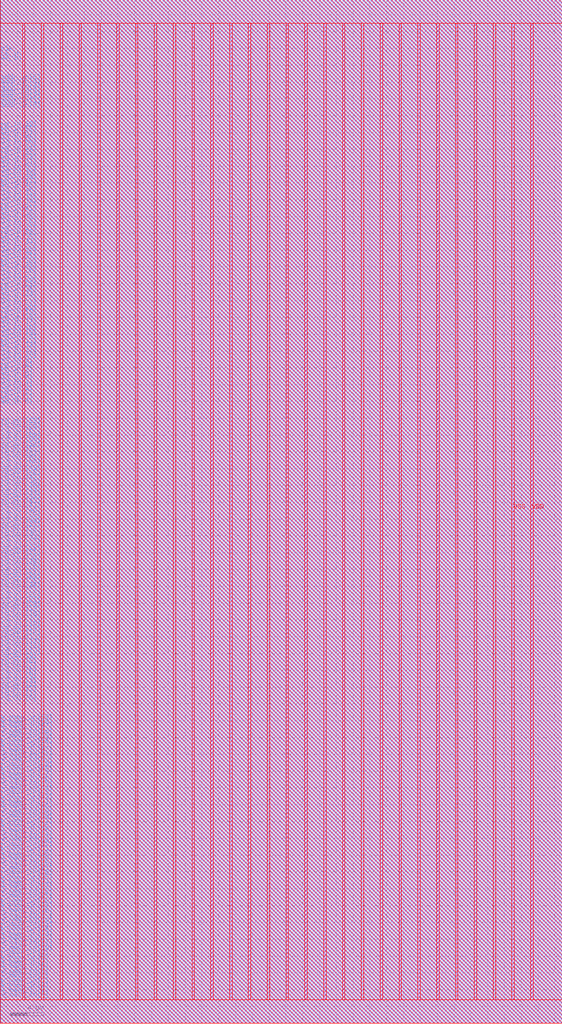
<source format=lef>
VERSION 5.7 ;
BUSBITCHARS "[]" ;
MACRO fakeram45_128x60
  FOREIGN fakeram45_128x60 0 0 ;
  SYMMETRY X Y R90 ;
  SIZE 66.880 BY 121.800 ;
  CLASS BLOCK ;
  PIN w_mask_in[0]
    DIRECTION INPUT ;
    USE SIGNAL ;
    SHAPE ABUTMENT ;
    PORT
      LAYER metal3 ;
      RECT 0.000 2.765 0.070 2.835 ;
    END
  END w_mask_in[0]
  PIN w_mask_in[1]
    DIRECTION INPUT ;
    USE SIGNAL ;
    SHAPE ABUTMENT ;
    PORT
      LAYER metal3 ;
      RECT 0.000 3.325 0.070 3.395 ;
    END
  END w_mask_in[1]
  PIN w_mask_in[2]
    DIRECTION INPUT ;
    USE SIGNAL ;
    SHAPE ABUTMENT ;
    PORT
      LAYER metal3 ;
      RECT 0.000 3.885 0.070 3.955 ;
    END
  END w_mask_in[2]
  PIN w_mask_in[3]
    DIRECTION INPUT ;
    USE SIGNAL ;
    SHAPE ABUTMENT ;
    PORT
      LAYER metal3 ;
      RECT 0.000 4.445 0.070 4.515 ;
    END
  END w_mask_in[3]
  PIN w_mask_in[4]
    DIRECTION INPUT ;
    USE SIGNAL ;
    SHAPE ABUTMENT ;
    PORT
      LAYER metal3 ;
      RECT 0.000 5.005 0.070 5.075 ;
    END
  END w_mask_in[4]
  PIN w_mask_in[5]
    DIRECTION INPUT ;
    USE SIGNAL ;
    SHAPE ABUTMENT ;
    PORT
      LAYER metal3 ;
      RECT 0.000 5.565 0.070 5.635 ;
    END
  END w_mask_in[5]
  PIN w_mask_in[6]
    DIRECTION INPUT ;
    USE SIGNAL ;
    SHAPE ABUTMENT ;
    PORT
      LAYER metal3 ;
      RECT 0.000 6.125 0.070 6.195 ;
    END
  END w_mask_in[6]
  PIN w_mask_in[7]
    DIRECTION INPUT ;
    USE SIGNAL ;
    SHAPE ABUTMENT ;
    PORT
      LAYER metal3 ;
      RECT 0.000 6.685 0.070 6.755 ;
    END
  END w_mask_in[7]
  PIN w_mask_in[8]
    DIRECTION INPUT ;
    USE SIGNAL ;
    SHAPE ABUTMENT ;
    PORT
      LAYER metal3 ;
      RECT 0.000 7.245 0.070 7.315 ;
    END
  END w_mask_in[8]
  PIN w_mask_in[9]
    DIRECTION INPUT ;
    USE SIGNAL ;
    SHAPE ABUTMENT ;
    PORT
      LAYER metal3 ;
      RECT 0.000 7.805 0.070 7.875 ;
    END
  END w_mask_in[9]
  PIN w_mask_in[10]
    DIRECTION INPUT ;
    USE SIGNAL ;
    SHAPE ABUTMENT ;
    PORT
      LAYER metal3 ;
      RECT 0.000 8.365 0.070 8.435 ;
    END
  END w_mask_in[10]
  PIN w_mask_in[11]
    DIRECTION INPUT ;
    USE SIGNAL ;
    SHAPE ABUTMENT ;
    PORT
      LAYER metal3 ;
      RECT 0.000 8.925 0.070 8.995 ;
    END
  END w_mask_in[11]
  PIN w_mask_in[12]
    DIRECTION INPUT ;
    USE SIGNAL ;
    SHAPE ABUTMENT ;
    PORT
      LAYER metal3 ;
      RECT 0.000 9.485 0.070 9.555 ;
    END
  END w_mask_in[12]
  PIN w_mask_in[13]
    DIRECTION INPUT ;
    USE SIGNAL ;
    SHAPE ABUTMENT ;
    PORT
      LAYER metal3 ;
      RECT 0.000 10.045 0.070 10.115 ;
    END
  END w_mask_in[13]
  PIN w_mask_in[14]
    DIRECTION INPUT ;
    USE SIGNAL ;
    SHAPE ABUTMENT ;
    PORT
      LAYER metal3 ;
      RECT 0.000 10.605 0.070 10.675 ;
    END
  END w_mask_in[14]
  PIN w_mask_in[15]
    DIRECTION INPUT ;
    USE SIGNAL ;
    SHAPE ABUTMENT ;
    PORT
      LAYER metal3 ;
      RECT 0.000 11.165 0.070 11.235 ;
    END
  END w_mask_in[15]
  PIN w_mask_in[16]
    DIRECTION INPUT ;
    USE SIGNAL ;
    SHAPE ABUTMENT ;
    PORT
      LAYER metal3 ;
      RECT 0.000 11.725 0.070 11.795 ;
    END
  END w_mask_in[16]
  PIN w_mask_in[17]
    DIRECTION INPUT ;
    USE SIGNAL ;
    SHAPE ABUTMENT ;
    PORT
      LAYER metal3 ;
      RECT 0.000 12.285 0.070 12.355 ;
    END
  END w_mask_in[17]
  PIN w_mask_in[18]
    DIRECTION INPUT ;
    USE SIGNAL ;
    SHAPE ABUTMENT ;
    PORT
      LAYER metal3 ;
      RECT 0.000 12.845 0.070 12.915 ;
    END
  END w_mask_in[18]
  PIN w_mask_in[19]
    DIRECTION INPUT ;
    USE SIGNAL ;
    SHAPE ABUTMENT ;
    PORT
      LAYER metal3 ;
      RECT 0.000 13.405 0.070 13.475 ;
    END
  END w_mask_in[19]
  PIN w_mask_in[20]
    DIRECTION INPUT ;
    USE SIGNAL ;
    SHAPE ABUTMENT ;
    PORT
      LAYER metal3 ;
      RECT 0.000 13.965 0.070 14.035 ;
    END
  END w_mask_in[20]
  PIN w_mask_in[21]
    DIRECTION INPUT ;
    USE SIGNAL ;
    SHAPE ABUTMENT ;
    PORT
      LAYER metal3 ;
      RECT 0.000 14.525 0.070 14.595 ;
    END
  END w_mask_in[21]
  PIN w_mask_in[22]
    DIRECTION INPUT ;
    USE SIGNAL ;
    SHAPE ABUTMENT ;
    PORT
      LAYER metal3 ;
      RECT 0.000 15.085 0.070 15.155 ;
    END
  END w_mask_in[22]
  PIN w_mask_in[23]
    DIRECTION INPUT ;
    USE SIGNAL ;
    SHAPE ABUTMENT ;
    PORT
      LAYER metal3 ;
      RECT 0.000 15.645 0.070 15.715 ;
    END
  END w_mask_in[23]
  PIN w_mask_in[24]
    DIRECTION INPUT ;
    USE SIGNAL ;
    SHAPE ABUTMENT ;
    PORT
      LAYER metal3 ;
      RECT 0.000 16.205 0.070 16.275 ;
    END
  END w_mask_in[24]
  PIN w_mask_in[25]
    DIRECTION INPUT ;
    USE SIGNAL ;
    SHAPE ABUTMENT ;
    PORT
      LAYER metal3 ;
      RECT 0.000 16.765 0.070 16.835 ;
    END
  END w_mask_in[25]
  PIN w_mask_in[26]
    DIRECTION INPUT ;
    USE SIGNAL ;
    SHAPE ABUTMENT ;
    PORT
      LAYER metal3 ;
      RECT 0.000 17.325 0.070 17.395 ;
    END
  END w_mask_in[26]
  PIN w_mask_in[27]
    DIRECTION INPUT ;
    USE SIGNAL ;
    SHAPE ABUTMENT ;
    PORT
      LAYER metal3 ;
      RECT 0.000 17.885 0.070 17.955 ;
    END
  END w_mask_in[27]
  PIN w_mask_in[28]
    DIRECTION INPUT ;
    USE SIGNAL ;
    SHAPE ABUTMENT ;
    PORT
      LAYER metal3 ;
      RECT 0.000 18.445 0.070 18.515 ;
    END
  END w_mask_in[28]
  PIN w_mask_in[29]
    DIRECTION INPUT ;
    USE SIGNAL ;
    SHAPE ABUTMENT ;
    PORT
      LAYER metal3 ;
      RECT 0.000 19.005 0.070 19.075 ;
    END
  END w_mask_in[29]
  PIN w_mask_in[30]
    DIRECTION INPUT ;
    USE SIGNAL ;
    SHAPE ABUTMENT ;
    PORT
      LAYER metal3 ;
      RECT 0.000 19.565 0.070 19.635 ;
    END
  END w_mask_in[30]
  PIN w_mask_in[31]
    DIRECTION INPUT ;
    USE SIGNAL ;
    SHAPE ABUTMENT ;
    PORT
      LAYER metal3 ;
      RECT 0.000 20.125 0.070 20.195 ;
    END
  END w_mask_in[31]
  PIN w_mask_in[32]
    DIRECTION INPUT ;
    USE SIGNAL ;
    SHAPE ABUTMENT ;
    PORT
      LAYER metal3 ;
      RECT 0.000 20.685 0.070 20.755 ;
    END
  END w_mask_in[32]
  PIN w_mask_in[33]
    DIRECTION INPUT ;
    USE SIGNAL ;
    SHAPE ABUTMENT ;
    PORT
      LAYER metal3 ;
      RECT 0.000 21.245 0.070 21.315 ;
    END
  END w_mask_in[33]
  PIN w_mask_in[34]
    DIRECTION INPUT ;
    USE SIGNAL ;
    SHAPE ABUTMENT ;
    PORT
      LAYER metal3 ;
      RECT 0.000 21.805 0.070 21.875 ;
    END
  END w_mask_in[34]
  PIN w_mask_in[35]
    DIRECTION INPUT ;
    USE SIGNAL ;
    SHAPE ABUTMENT ;
    PORT
      LAYER metal3 ;
      RECT 0.000 22.365 0.070 22.435 ;
    END
  END w_mask_in[35]
  PIN w_mask_in[36]
    DIRECTION INPUT ;
    USE SIGNAL ;
    SHAPE ABUTMENT ;
    PORT
      LAYER metal3 ;
      RECT 0.000 22.925 0.070 22.995 ;
    END
  END w_mask_in[36]
  PIN w_mask_in[37]
    DIRECTION INPUT ;
    USE SIGNAL ;
    SHAPE ABUTMENT ;
    PORT
      LAYER metal3 ;
      RECT 0.000 23.485 0.070 23.555 ;
    END
  END w_mask_in[37]
  PIN w_mask_in[38]
    DIRECTION INPUT ;
    USE SIGNAL ;
    SHAPE ABUTMENT ;
    PORT
      LAYER metal3 ;
      RECT 0.000 24.045 0.070 24.115 ;
    END
  END w_mask_in[38]
  PIN w_mask_in[39]
    DIRECTION INPUT ;
    USE SIGNAL ;
    SHAPE ABUTMENT ;
    PORT
      LAYER metal3 ;
      RECT 0.000 24.605 0.070 24.675 ;
    END
  END w_mask_in[39]
  PIN w_mask_in[40]
    DIRECTION INPUT ;
    USE SIGNAL ;
    SHAPE ABUTMENT ;
    PORT
      LAYER metal3 ;
      RECT 0.000 25.165 0.070 25.235 ;
    END
  END w_mask_in[40]
  PIN w_mask_in[41]
    DIRECTION INPUT ;
    USE SIGNAL ;
    SHAPE ABUTMENT ;
    PORT
      LAYER metal3 ;
      RECT 0.000 25.725 0.070 25.795 ;
    END
  END w_mask_in[41]
  PIN w_mask_in[42]
    DIRECTION INPUT ;
    USE SIGNAL ;
    SHAPE ABUTMENT ;
    PORT
      LAYER metal3 ;
      RECT 0.000 26.285 0.070 26.355 ;
    END
  END w_mask_in[42]
  PIN w_mask_in[43]
    DIRECTION INPUT ;
    USE SIGNAL ;
    SHAPE ABUTMENT ;
    PORT
      LAYER metal3 ;
      RECT 0.000 26.845 0.070 26.915 ;
    END
  END w_mask_in[43]
  PIN w_mask_in[44]
    DIRECTION INPUT ;
    USE SIGNAL ;
    SHAPE ABUTMENT ;
    PORT
      LAYER metal3 ;
      RECT 0.000 27.405 0.070 27.475 ;
    END
  END w_mask_in[44]
  PIN w_mask_in[45]
    DIRECTION INPUT ;
    USE SIGNAL ;
    SHAPE ABUTMENT ;
    PORT
      LAYER metal3 ;
      RECT 0.000 27.965 0.070 28.035 ;
    END
  END w_mask_in[45]
  PIN w_mask_in[46]
    DIRECTION INPUT ;
    USE SIGNAL ;
    SHAPE ABUTMENT ;
    PORT
      LAYER metal3 ;
      RECT 0.000 28.525 0.070 28.595 ;
    END
  END w_mask_in[46]
  PIN w_mask_in[47]
    DIRECTION INPUT ;
    USE SIGNAL ;
    SHAPE ABUTMENT ;
    PORT
      LAYER metal3 ;
      RECT 0.000 29.085 0.070 29.155 ;
    END
  END w_mask_in[47]
  PIN w_mask_in[48]
    DIRECTION INPUT ;
    USE SIGNAL ;
    SHAPE ABUTMENT ;
    PORT
      LAYER metal3 ;
      RECT 0.000 29.645 0.070 29.715 ;
    END
  END w_mask_in[48]
  PIN w_mask_in[49]
    DIRECTION INPUT ;
    USE SIGNAL ;
    SHAPE ABUTMENT ;
    PORT
      LAYER metal3 ;
      RECT 0.000 30.205 0.070 30.275 ;
    END
  END w_mask_in[49]
  PIN w_mask_in[50]
    DIRECTION INPUT ;
    USE SIGNAL ;
    SHAPE ABUTMENT ;
    PORT
      LAYER metal3 ;
      RECT 0.000 30.765 0.070 30.835 ;
    END
  END w_mask_in[50]
  PIN w_mask_in[51]
    DIRECTION INPUT ;
    USE SIGNAL ;
    SHAPE ABUTMENT ;
    PORT
      LAYER metal3 ;
      RECT 0.000 31.325 0.070 31.395 ;
    END
  END w_mask_in[51]
  PIN w_mask_in[52]
    DIRECTION INPUT ;
    USE SIGNAL ;
    SHAPE ABUTMENT ;
    PORT
      LAYER metal3 ;
      RECT 0.000 31.885 0.070 31.955 ;
    END
  END w_mask_in[52]
  PIN w_mask_in[53]
    DIRECTION INPUT ;
    USE SIGNAL ;
    SHAPE ABUTMENT ;
    PORT
      LAYER metal3 ;
      RECT 0.000 32.445 0.070 32.515 ;
    END
  END w_mask_in[53]
  PIN w_mask_in[54]
    DIRECTION INPUT ;
    USE SIGNAL ;
    SHAPE ABUTMENT ;
    PORT
      LAYER metal3 ;
      RECT 0.000 33.005 0.070 33.075 ;
    END
  END w_mask_in[54]
  PIN w_mask_in[55]
    DIRECTION INPUT ;
    USE SIGNAL ;
    SHAPE ABUTMENT ;
    PORT
      LAYER metal3 ;
      RECT 0.000 33.565 0.070 33.635 ;
    END
  END w_mask_in[55]
  PIN w_mask_in[56]
    DIRECTION INPUT ;
    USE SIGNAL ;
    SHAPE ABUTMENT ;
    PORT
      LAYER metal3 ;
      RECT 0.000 34.125 0.070 34.195 ;
    END
  END w_mask_in[56]
  PIN w_mask_in[57]
    DIRECTION INPUT ;
    USE SIGNAL ;
    SHAPE ABUTMENT ;
    PORT
      LAYER metal3 ;
      RECT 0.000 34.685 0.070 34.755 ;
    END
  END w_mask_in[57]
  PIN w_mask_in[58]
    DIRECTION INPUT ;
    USE SIGNAL ;
    SHAPE ABUTMENT ;
    PORT
      LAYER metal3 ;
      RECT 0.000 35.245 0.070 35.315 ;
    END
  END w_mask_in[58]
  PIN w_mask_in[59]
    DIRECTION INPUT ;
    USE SIGNAL ;
    SHAPE ABUTMENT ;
    PORT
      LAYER metal3 ;
      RECT 0.000 35.805 0.070 35.875 ;
    END
  END w_mask_in[59]
  PIN rd_out[0]
    DIRECTION OUTPUT ;
    USE SIGNAL ;
    SHAPE ABUTMENT ;
    PORT
      LAYER metal3 ;
      RECT 0.000 38.045 0.070 38.115 ;
    END
  END rd_out[0]
  PIN rd_out[1]
    DIRECTION OUTPUT ;
    USE SIGNAL ;
    SHAPE ABUTMENT ;
    PORT
      LAYER metal3 ;
      RECT 0.000 38.605 0.070 38.675 ;
    END
  END rd_out[1]
  PIN rd_out[2]
    DIRECTION OUTPUT ;
    USE SIGNAL ;
    SHAPE ABUTMENT ;
    PORT
      LAYER metal3 ;
      RECT 0.000 39.165 0.070 39.235 ;
    END
  END rd_out[2]
  PIN rd_out[3]
    DIRECTION OUTPUT ;
    USE SIGNAL ;
    SHAPE ABUTMENT ;
    PORT
      LAYER metal3 ;
      RECT 0.000 39.725 0.070 39.795 ;
    END
  END rd_out[3]
  PIN rd_out[4]
    DIRECTION OUTPUT ;
    USE SIGNAL ;
    SHAPE ABUTMENT ;
    PORT
      LAYER metal3 ;
      RECT 0.000 40.285 0.070 40.355 ;
    END
  END rd_out[4]
  PIN rd_out[5]
    DIRECTION OUTPUT ;
    USE SIGNAL ;
    SHAPE ABUTMENT ;
    PORT
      LAYER metal3 ;
      RECT 0.000 40.845 0.070 40.915 ;
    END
  END rd_out[5]
  PIN rd_out[6]
    DIRECTION OUTPUT ;
    USE SIGNAL ;
    SHAPE ABUTMENT ;
    PORT
      LAYER metal3 ;
      RECT 0.000 41.405 0.070 41.475 ;
    END
  END rd_out[6]
  PIN rd_out[7]
    DIRECTION OUTPUT ;
    USE SIGNAL ;
    SHAPE ABUTMENT ;
    PORT
      LAYER metal3 ;
      RECT 0.000 41.965 0.070 42.035 ;
    END
  END rd_out[7]
  PIN rd_out[8]
    DIRECTION OUTPUT ;
    USE SIGNAL ;
    SHAPE ABUTMENT ;
    PORT
      LAYER metal3 ;
      RECT 0.000 42.525 0.070 42.595 ;
    END
  END rd_out[8]
  PIN rd_out[9]
    DIRECTION OUTPUT ;
    USE SIGNAL ;
    SHAPE ABUTMENT ;
    PORT
      LAYER metal3 ;
      RECT 0.000 43.085 0.070 43.155 ;
    END
  END rd_out[9]
  PIN rd_out[10]
    DIRECTION OUTPUT ;
    USE SIGNAL ;
    SHAPE ABUTMENT ;
    PORT
      LAYER metal3 ;
      RECT 0.000 43.645 0.070 43.715 ;
    END
  END rd_out[10]
  PIN rd_out[11]
    DIRECTION OUTPUT ;
    USE SIGNAL ;
    SHAPE ABUTMENT ;
    PORT
      LAYER metal3 ;
      RECT 0.000 44.205 0.070 44.275 ;
    END
  END rd_out[11]
  PIN rd_out[12]
    DIRECTION OUTPUT ;
    USE SIGNAL ;
    SHAPE ABUTMENT ;
    PORT
      LAYER metal3 ;
      RECT 0.000 44.765 0.070 44.835 ;
    END
  END rd_out[12]
  PIN rd_out[13]
    DIRECTION OUTPUT ;
    USE SIGNAL ;
    SHAPE ABUTMENT ;
    PORT
      LAYER metal3 ;
      RECT 0.000 45.325 0.070 45.395 ;
    END
  END rd_out[13]
  PIN rd_out[14]
    DIRECTION OUTPUT ;
    USE SIGNAL ;
    SHAPE ABUTMENT ;
    PORT
      LAYER metal3 ;
      RECT 0.000 45.885 0.070 45.955 ;
    END
  END rd_out[14]
  PIN rd_out[15]
    DIRECTION OUTPUT ;
    USE SIGNAL ;
    SHAPE ABUTMENT ;
    PORT
      LAYER metal3 ;
      RECT 0.000 46.445 0.070 46.515 ;
    END
  END rd_out[15]
  PIN rd_out[16]
    DIRECTION OUTPUT ;
    USE SIGNAL ;
    SHAPE ABUTMENT ;
    PORT
      LAYER metal3 ;
      RECT 0.000 47.005 0.070 47.075 ;
    END
  END rd_out[16]
  PIN rd_out[17]
    DIRECTION OUTPUT ;
    USE SIGNAL ;
    SHAPE ABUTMENT ;
    PORT
      LAYER metal3 ;
      RECT 0.000 47.565 0.070 47.635 ;
    END
  END rd_out[17]
  PIN rd_out[18]
    DIRECTION OUTPUT ;
    USE SIGNAL ;
    SHAPE ABUTMENT ;
    PORT
      LAYER metal3 ;
      RECT 0.000 48.125 0.070 48.195 ;
    END
  END rd_out[18]
  PIN rd_out[19]
    DIRECTION OUTPUT ;
    USE SIGNAL ;
    SHAPE ABUTMENT ;
    PORT
      LAYER metal3 ;
      RECT 0.000 48.685 0.070 48.755 ;
    END
  END rd_out[19]
  PIN rd_out[20]
    DIRECTION OUTPUT ;
    USE SIGNAL ;
    SHAPE ABUTMENT ;
    PORT
      LAYER metal3 ;
      RECT 0.000 49.245 0.070 49.315 ;
    END
  END rd_out[20]
  PIN rd_out[21]
    DIRECTION OUTPUT ;
    USE SIGNAL ;
    SHAPE ABUTMENT ;
    PORT
      LAYER metal3 ;
      RECT 0.000 49.805 0.070 49.875 ;
    END
  END rd_out[21]
  PIN rd_out[22]
    DIRECTION OUTPUT ;
    USE SIGNAL ;
    SHAPE ABUTMENT ;
    PORT
      LAYER metal3 ;
      RECT 0.000 50.365 0.070 50.435 ;
    END
  END rd_out[22]
  PIN rd_out[23]
    DIRECTION OUTPUT ;
    USE SIGNAL ;
    SHAPE ABUTMENT ;
    PORT
      LAYER metal3 ;
      RECT 0.000 50.925 0.070 50.995 ;
    END
  END rd_out[23]
  PIN rd_out[24]
    DIRECTION OUTPUT ;
    USE SIGNAL ;
    SHAPE ABUTMENT ;
    PORT
      LAYER metal3 ;
      RECT 0.000 51.485 0.070 51.555 ;
    END
  END rd_out[24]
  PIN rd_out[25]
    DIRECTION OUTPUT ;
    USE SIGNAL ;
    SHAPE ABUTMENT ;
    PORT
      LAYER metal3 ;
      RECT 0.000 52.045 0.070 52.115 ;
    END
  END rd_out[25]
  PIN rd_out[26]
    DIRECTION OUTPUT ;
    USE SIGNAL ;
    SHAPE ABUTMENT ;
    PORT
      LAYER metal3 ;
      RECT 0.000 52.605 0.070 52.675 ;
    END
  END rd_out[26]
  PIN rd_out[27]
    DIRECTION OUTPUT ;
    USE SIGNAL ;
    SHAPE ABUTMENT ;
    PORT
      LAYER metal3 ;
      RECT 0.000 53.165 0.070 53.235 ;
    END
  END rd_out[27]
  PIN rd_out[28]
    DIRECTION OUTPUT ;
    USE SIGNAL ;
    SHAPE ABUTMENT ;
    PORT
      LAYER metal3 ;
      RECT 0.000 53.725 0.070 53.795 ;
    END
  END rd_out[28]
  PIN rd_out[29]
    DIRECTION OUTPUT ;
    USE SIGNAL ;
    SHAPE ABUTMENT ;
    PORT
      LAYER metal3 ;
      RECT 0.000 54.285 0.070 54.355 ;
    END
  END rd_out[29]
  PIN rd_out[30]
    DIRECTION OUTPUT ;
    USE SIGNAL ;
    SHAPE ABUTMENT ;
    PORT
      LAYER metal3 ;
      RECT 0.000 54.845 0.070 54.915 ;
    END
  END rd_out[30]
  PIN rd_out[31]
    DIRECTION OUTPUT ;
    USE SIGNAL ;
    SHAPE ABUTMENT ;
    PORT
      LAYER metal3 ;
      RECT 0.000 55.405 0.070 55.475 ;
    END
  END rd_out[31]
  PIN rd_out[32]
    DIRECTION OUTPUT ;
    USE SIGNAL ;
    SHAPE ABUTMENT ;
    PORT
      LAYER metal3 ;
      RECT 0.000 55.965 0.070 56.035 ;
    END
  END rd_out[32]
  PIN rd_out[33]
    DIRECTION OUTPUT ;
    USE SIGNAL ;
    SHAPE ABUTMENT ;
    PORT
      LAYER metal3 ;
      RECT 0.000 56.525 0.070 56.595 ;
    END
  END rd_out[33]
  PIN rd_out[34]
    DIRECTION OUTPUT ;
    USE SIGNAL ;
    SHAPE ABUTMENT ;
    PORT
      LAYER metal3 ;
      RECT 0.000 57.085 0.070 57.155 ;
    END
  END rd_out[34]
  PIN rd_out[35]
    DIRECTION OUTPUT ;
    USE SIGNAL ;
    SHAPE ABUTMENT ;
    PORT
      LAYER metal3 ;
      RECT 0.000 57.645 0.070 57.715 ;
    END
  END rd_out[35]
  PIN rd_out[36]
    DIRECTION OUTPUT ;
    USE SIGNAL ;
    SHAPE ABUTMENT ;
    PORT
      LAYER metal3 ;
      RECT 0.000 58.205 0.070 58.275 ;
    END
  END rd_out[36]
  PIN rd_out[37]
    DIRECTION OUTPUT ;
    USE SIGNAL ;
    SHAPE ABUTMENT ;
    PORT
      LAYER metal3 ;
      RECT 0.000 58.765 0.070 58.835 ;
    END
  END rd_out[37]
  PIN rd_out[38]
    DIRECTION OUTPUT ;
    USE SIGNAL ;
    SHAPE ABUTMENT ;
    PORT
      LAYER metal3 ;
      RECT 0.000 59.325 0.070 59.395 ;
    END
  END rd_out[38]
  PIN rd_out[39]
    DIRECTION OUTPUT ;
    USE SIGNAL ;
    SHAPE ABUTMENT ;
    PORT
      LAYER metal3 ;
      RECT 0.000 59.885 0.070 59.955 ;
    END
  END rd_out[39]
  PIN rd_out[40]
    DIRECTION OUTPUT ;
    USE SIGNAL ;
    SHAPE ABUTMENT ;
    PORT
      LAYER metal3 ;
      RECT 0.000 60.445 0.070 60.515 ;
    END
  END rd_out[40]
  PIN rd_out[41]
    DIRECTION OUTPUT ;
    USE SIGNAL ;
    SHAPE ABUTMENT ;
    PORT
      LAYER metal3 ;
      RECT 0.000 61.005 0.070 61.075 ;
    END
  END rd_out[41]
  PIN rd_out[42]
    DIRECTION OUTPUT ;
    USE SIGNAL ;
    SHAPE ABUTMENT ;
    PORT
      LAYER metal3 ;
      RECT 0.000 61.565 0.070 61.635 ;
    END
  END rd_out[42]
  PIN rd_out[43]
    DIRECTION OUTPUT ;
    USE SIGNAL ;
    SHAPE ABUTMENT ;
    PORT
      LAYER metal3 ;
      RECT 0.000 62.125 0.070 62.195 ;
    END
  END rd_out[43]
  PIN rd_out[44]
    DIRECTION OUTPUT ;
    USE SIGNAL ;
    SHAPE ABUTMENT ;
    PORT
      LAYER metal3 ;
      RECT 0.000 62.685 0.070 62.755 ;
    END
  END rd_out[44]
  PIN rd_out[45]
    DIRECTION OUTPUT ;
    USE SIGNAL ;
    SHAPE ABUTMENT ;
    PORT
      LAYER metal3 ;
      RECT 0.000 63.245 0.070 63.315 ;
    END
  END rd_out[45]
  PIN rd_out[46]
    DIRECTION OUTPUT ;
    USE SIGNAL ;
    SHAPE ABUTMENT ;
    PORT
      LAYER metal3 ;
      RECT 0.000 63.805 0.070 63.875 ;
    END
  END rd_out[46]
  PIN rd_out[47]
    DIRECTION OUTPUT ;
    USE SIGNAL ;
    SHAPE ABUTMENT ;
    PORT
      LAYER metal3 ;
      RECT 0.000 64.365 0.070 64.435 ;
    END
  END rd_out[47]
  PIN rd_out[48]
    DIRECTION OUTPUT ;
    USE SIGNAL ;
    SHAPE ABUTMENT ;
    PORT
      LAYER metal3 ;
      RECT 0.000 64.925 0.070 64.995 ;
    END
  END rd_out[48]
  PIN rd_out[49]
    DIRECTION OUTPUT ;
    USE SIGNAL ;
    SHAPE ABUTMENT ;
    PORT
      LAYER metal3 ;
      RECT 0.000 65.485 0.070 65.555 ;
    END
  END rd_out[49]
  PIN rd_out[50]
    DIRECTION OUTPUT ;
    USE SIGNAL ;
    SHAPE ABUTMENT ;
    PORT
      LAYER metal3 ;
      RECT 0.000 66.045 0.070 66.115 ;
    END
  END rd_out[50]
  PIN rd_out[51]
    DIRECTION OUTPUT ;
    USE SIGNAL ;
    SHAPE ABUTMENT ;
    PORT
      LAYER metal3 ;
      RECT 0.000 66.605 0.070 66.675 ;
    END
  END rd_out[51]
  PIN rd_out[52]
    DIRECTION OUTPUT ;
    USE SIGNAL ;
    SHAPE ABUTMENT ;
    PORT
      LAYER metal3 ;
      RECT 0.000 67.165 0.070 67.235 ;
    END
  END rd_out[52]
  PIN rd_out[53]
    DIRECTION OUTPUT ;
    USE SIGNAL ;
    SHAPE ABUTMENT ;
    PORT
      LAYER metal3 ;
      RECT 0.000 67.725 0.070 67.795 ;
    END
  END rd_out[53]
  PIN rd_out[54]
    DIRECTION OUTPUT ;
    USE SIGNAL ;
    SHAPE ABUTMENT ;
    PORT
      LAYER metal3 ;
      RECT 0.000 68.285 0.070 68.355 ;
    END
  END rd_out[54]
  PIN rd_out[55]
    DIRECTION OUTPUT ;
    USE SIGNAL ;
    SHAPE ABUTMENT ;
    PORT
      LAYER metal3 ;
      RECT 0.000 68.845 0.070 68.915 ;
    END
  END rd_out[55]
  PIN rd_out[56]
    DIRECTION OUTPUT ;
    USE SIGNAL ;
    SHAPE ABUTMENT ;
    PORT
      LAYER metal3 ;
      RECT 0.000 69.405 0.070 69.475 ;
    END
  END rd_out[56]
  PIN rd_out[57]
    DIRECTION OUTPUT ;
    USE SIGNAL ;
    SHAPE ABUTMENT ;
    PORT
      LAYER metal3 ;
      RECT 0.000 69.965 0.070 70.035 ;
    END
  END rd_out[57]
  PIN rd_out[58]
    DIRECTION OUTPUT ;
    USE SIGNAL ;
    SHAPE ABUTMENT ;
    PORT
      LAYER metal3 ;
      RECT 0.000 70.525 0.070 70.595 ;
    END
  END rd_out[58]
  PIN rd_out[59]
    DIRECTION OUTPUT ;
    USE SIGNAL ;
    SHAPE ABUTMENT ;
    PORT
      LAYER metal3 ;
      RECT 0.000 71.085 0.070 71.155 ;
    END
  END rd_out[59]
  PIN wd_in[0]
    DIRECTION INPUT ;
    USE SIGNAL ;
    SHAPE ABUTMENT ;
    PORT
      LAYER metal3 ;
      RECT 0.000 73.325 0.070 73.395 ;
    END
  END wd_in[0]
  PIN wd_in[1]
    DIRECTION INPUT ;
    USE SIGNAL ;
    SHAPE ABUTMENT ;
    PORT
      LAYER metal3 ;
      RECT 0.000 73.885 0.070 73.955 ;
    END
  END wd_in[1]
  PIN wd_in[2]
    DIRECTION INPUT ;
    USE SIGNAL ;
    SHAPE ABUTMENT ;
    PORT
      LAYER metal3 ;
      RECT 0.000 74.445 0.070 74.515 ;
    END
  END wd_in[2]
  PIN wd_in[3]
    DIRECTION INPUT ;
    USE SIGNAL ;
    SHAPE ABUTMENT ;
    PORT
      LAYER metal3 ;
      RECT 0.000 75.005 0.070 75.075 ;
    END
  END wd_in[3]
  PIN wd_in[4]
    DIRECTION INPUT ;
    USE SIGNAL ;
    SHAPE ABUTMENT ;
    PORT
      LAYER metal3 ;
      RECT 0.000 75.565 0.070 75.635 ;
    END
  END wd_in[4]
  PIN wd_in[5]
    DIRECTION INPUT ;
    USE SIGNAL ;
    SHAPE ABUTMENT ;
    PORT
      LAYER metal3 ;
      RECT 0.000 76.125 0.070 76.195 ;
    END
  END wd_in[5]
  PIN wd_in[6]
    DIRECTION INPUT ;
    USE SIGNAL ;
    SHAPE ABUTMENT ;
    PORT
      LAYER metal3 ;
      RECT 0.000 76.685 0.070 76.755 ;
    END
  END wd_in[6]
  PIN wd_in[7]
    DIRECTION INPUT ;
    USE SIGNAL ;
    SHAPE ABUTMENT ;
    PORT
      LAYER metal3 ;
      RECT 0.000 77.245 0.070 77.315 ;
    END
  END wd_in[7]
  PIN wd_in[8]
    DIRECTION INPUT ;
    USE SIGNAL ;
    SHAPE ABUTMENT ;
    PORT
      LAYER metal3 ;
      RECT 0.000 77.805 0.070 77.875 ;
    END
  END wd_in[8]
  PIN wd_in[9]
    DIRECTION INPUT ;
    USE SIGNAL ;
    SHAPE ABUTMENT ;
    PORT
      LAYER metal3 ;
      RECT 0.000 78.365 0.070 78.435 ;
    END
  END wd_in[9]
  PIN wd_in[10]
    DIRECTION INPUT ;
    USE SIGNAL ;
    SHAPE ABUTMENT ;
    PORT
      LAYER metal3 ;
      RECT 0.000 78.925 0.070 78.995 ;
    END
  END wd_in[10]
  PIN wd_in[11]
    DIRECTION INPUT ;
    USE SIGNAL ;
    SHAPE ABUTMENT ;
    PORT
      LAYER metal3 ;
      RECT 0.000 79.485 0.070 79.555 ;
    END
  END wd_in[11]
  PIN wd_in[12]
    DIRECTION INPUT ;
    USE SIGNAL ;
    SHAPE ABUTMENT ;
    PORT
      LAYER metal3 ;
      RECT 0.000 80.045 0.070 80.115 ;
    END
  END wd_in[12]
  PIN wd_in[13]
    DIRECTION INPUT ;
    USE SIGNAL ;
    SHAPE ABUTMENT ;
    PORT
      LAYER metal3 ;
      RECT 0.000 80.605 0.070 80.675 ;
    END
  END wd_in[13]
  PIN wd_in[14]
    DIRECTION INPUT ;
    USE SIGNAL ;
    SHAPE ABUTMENT ;
    PORT
      LAYER metal3 ;
      RECT 0.000 81.165 0.070 81.235 ;
    END
  END wd_in[14]
  PIN wd_in[15]
    DIRECTION INPUT ;
    USE SIGNAL ;
    SHAPE ABUTMENT ;
    PORT
      LAYER metal3 ;
      RECT 0.000 81.725 0.070 81.795 ;
    END
  END wd_in[15]
  PIN wd_in[16]
    DIRECTION INPUT ;
    USE SIGNAL ;
    SHAPE ABUTMENT ;
    PORT
      LAYER metal3 ;
      RECT 0.000 82.285 0.070 82.355 ;
    END
  END wd_in[16]
  PIN wd_in[17]
    DIRECTION INPUT ;
    USE SIGNAL ;
    SHAPE ABUTMENT ;
    PORT
      LAYER metal3 ;
      RECT 0.000 82.845 0.070 82.915 ;
    END
  END wd_in[17]
  PIN wd_in[18]
    DIRECTION INPUT ;
    USE SIGNAL ;
    SHAPE ABUTMENT ;
    PORT
      LAYER metal3 ;
      RECT 0.000 83.405 0.070 83.475 ;
    END
  END wd_in[18]
  PIN wd_in[19]
    DIRECTION INPUT ;
    USE SIGNAL ;
    SHAPE ABUTMENT ;
    PORT
      LAYER metal3 ;
      RECT 0.000 83.965 0.070 84.035 ;
    END
  END wd_in[19]
  PIN wd_in[20]
    DIRECTION INPUT ;
    USE SIGNAL ;
    SHAPE ABUTMENT ;
    PORT
      LAYER metal3 ;
      RECT 0.000 84.525 0.070 84.595 ;
    END
  END wd_in[20]
  PIN wd_in[21]
    DIRECTION INPUT ;
    USE SIGNAL ;
    SHAPE ABUTMENT ;
    PORT
      LAYER metal3 ;
      RECT 0.000 85.085 0.070 85.155 ;
    END
  END wd_in[21]
  PIN wd_in[22]
    DIRECTION INPUT ;
    USE SIGNAL ;
    SHAPE ABUTMENT ;
    PORT
      LAYER metal3 ;
      RECT 0.000 85.645 0.070 85.715 ;
    END
  END wd_in[22]
  PIN wd_in[23]
    DIRECTION INPUT ;
    USE SIGNAL ;
    SHAPE ABUTMENT ;
    PORT
      LAYER metal3 ;
      RECT 0.000 86.205 0.070 86.275 ;
    END
  END wd_in[23]
  PIN wd_in[24]
    DIRECTION INPUT ;
    USE SIGNAL ;
    SHAPE ABUTMENT ;
    PORT
      LAYER metal3 ;
      RECT 0.000 86.765 0.070 86.835 ;
    END
  END wd_in[24]
  PIN wd_in[25]
    DIRECTION INPUT ;
    USE SIGNAL ;
    SHAPE ABUTMENT ;
    PORT
      LAYER metal3 ;
      RECT 0.000 87.325 0.070 87.395 ;
    END
  END wd_in[25]
  PIN wd_in[26]
    DIRECTION INPUT ;
    USE SIGNAL ;
    SHAPE ABUTMENT ;
    PORT
      LAYER metal3 ;
      RECT 0.000 87.885 0.070 87.955 ;
    END
  END wd_in[26]
  PIN wd_in[27]
    DIRECTION INPUT ;
    USE SIGNAL ;
    SHAPE ABUTMENT ;
    PORT
      LAYER metal3 ;
      RECT 0.000 88.445 0.070 88.515 ;
    END
  END wd_in[27]
  PIN wd_in[28]
    DIRECTION INPUT ;
    USE SIGNAL ;
    SHAPE ABUTMENT ;
    PORT
      LAYER metal3 ;
      RECT 0.000 89.005 0.070 89.075 ;
    END
  END wd_in[28]
  PIN wd_in[29]
    DIRECTION INPUT ;
    USE SIGNAL ;
    SHAPE ABUTMENT ;
    PORT
      LAYER metal3 ;
      RECT 0.000 89.565 0.070 89.635 ;
    END
  END wd_in[29]
  PIN wd_in[30]
    DIRECTION INPUT ;
    USE SIGNAL ;
    SHAPE ABUTMENT ;
    PORT
      LAYER metal3 ;
      RECT 0.000 90.125 0.070 90.195 ;
    END
  END wd_in[30]
  PIN wd_in[31]
    DIRECTION INPUT ;
    USE SIGNAL ;
    SHAPE ABUTMENT ;
    PORT
      LAYER metal3 ;
      RECT 0.000 90.685 0.070 90.755 ;
    END
  END wd_in[31]
  PIN wd_in[32]
    DIRECTION INPUT ;
    USE SIGNAL ;
    SHAPE ABUTMENT ;
    PORT
      LAYER metal3 ;
      RECT 0.000 91.245 0.070 91.315 ;
    END
  END wd_in[32]
  PIN wd_in[33]
    DIRECTION INPUT ;
    USE SIGNAL ;
    SHAPE ABUTMENT ;
    PORT
      LAYER metal3 ;
      RECT 0.000 91.805 0.070 91.875 ;
    END
  END wd_in[33]
  PIN wd_in[34]
    DIRECTION INPUT ;
    USE SIGNAL ;
    SHAPE ABUTMENT ;
    PORT
      LAYER metal3 ;
      RECT 0.000 92.365 0.070 92.435 ;
    END
  END wd_in[34]
  PIN wd_in[35]
    DIRECTION INPUT ;
    USE SIGNAL ;
    SHAPE ABUTMENT ;
    PORT
      LAYER metal3 ;
      RECT 0.000 92.925 0.070 92.995 ;
    END
  END wd_in[35]
  PIN wd_in[36]
    DIRECTION INPUT ;
    USE SIGNAL ;
    SHAPE ABUTMENT ;
    PORT
      LAYER metal3 ;
      RECT 0.000 93.485 0.070 93.555 ;
    END
  END wd_in[36]
  PIN wd_in[37]
    DIRECTION INPUT ;
    USE SIGNAL ;
    SHAPE ABUTMENT ;
    PORT
      LAYER metal3 ;
      RECT 0.000 94.045 0.070 94.115 ;
    END
  END wd_in[37]
  PIN wd_in[38]
    DIRECTION INPUT ;
    USE SIGNAL ;
    SHAPE ABUTMENT ;
    PORT
      LAYER metal3 ;
      RECT 0.000 94.605 0.070 94.675 ;
    END
  END wd_in[38]
  PIN wd_in[39]
    DIRECTION INPUT ;
    USE SIGNAL ;
    SHAPE ABUTMENT ;
    PORT
      LAYER metal3 ;
      RECT 0.000 95.165 0.070 95.235 ;
    END
  END wd_in[39]
  PIN wd_in[40]
    DIRECTION INPUT ;
    USE SIGNAL ;
    SHAPE ABUTMENT ;
    PORT
      LAYER metal3 ;
      RECT 0.000 95.725 0.070 95.795 ;
    END
  END wd_in[40]
  PIN wd_in[41]
    DIRECTION INPUT ;
    USE SIGNAL ;
    SHAPE ABUTMENT ;
    PORT
      LAYER metal3 ;
      RECT 0.000 96.285 0.070 96.355 ;
    END
  END wd_in[41]
  PIN wd_in[42]
    DIRECTION INPUT ;
    USE SIGNAL ;
    SHAPE ABUTMENT ;
    PORT
      LAYER metal3 ;
      RECT 0.000 96.845 0.070 96.915 ;
    END
  END wd_in[42]
  PIN wd_in[43]
    DIRECTION INPUT ;
    USE SIGNAL ;
    SHAPE ABUTMENT ;
    PORT
      LAYER metal3 ;
      RECT 0.000 97.405 0.070 97.475 ;
    END
  END wd_in[43]
  PIN wd_in[44]
    DIRECTION INPUT ;
    USE SIGNAL ;
    SHAPE ABUTMENT ;
    PORT
      LAYER metal3 ;
      RECT 0.000 97.965 0.070 98.035 ;
    END
  END wd_in[44]
  PIN wd_in[45]
    DIRECTION INPUT ;
    USE SIGNAL ;
    SHAPE ABUTMENT ;
    PORT
      LAYER metal3 ;
      RECT 0.000 98.525 0.070 98.595 ;
    END
  END wd_in[45]
  PIN wd_in[46]
    DIRECTION INPUT ;
    USE SIGNAL ;
    SHAPE ABUTMENT ;
    PORT
      LAYER metal3 ;
      RECT 0.000 99.085 0.070 99.155 ;
    END
  END wd_in[46]
  PIN wd_in[47]
    DIRECTION INPUT ;
    USE SIGNAL ;
    SHAPE ABUTMENT ;
    PORT
      LAYER metal3 ;
      RECT 0.000 99.645 0.070 99.715 ;
    END
  END wd_in[47]
  PIN wd_in[48]
    DIRECTION INPUT ;
    USE SIGNAL ;
    SHAPE ABUTMENT ;
    PORT
      LAYER metal3 ;
      RECT 0.000 100.205 0.070 100.275 ;
    END
  END wd_in[48]
  PIN wd_in[49]
    DIRECTION INPUT ;
    USE SIGNAL ;
    SHAPE ABUTMENT ;
    PORT
      LAYER metal3 ;
      RECT 0.000 100.765 0.070 100.835 ;
    END
  END wd_in[49]
  PIN wd_in[50]
    DIRECTION INPUT ;
    USE SIGNAL ;
    SHAPE ABUTMENT ;
    PORT
      LAYER metal3 ;
      RECT 0.000 101.325 0.070 101.395 ;
    END
  END wd_in[50]
  PIN wd_in[51]
    DIRECTION INPUT ;
    USE SIGNAL ;
    SHAPE ABUTMENT ;
    PORT
      LAYER metal3 ;
      RECT 0.000 101.885 0.070 101.955 ;
    END
  END wd_in[51]
  PIN wd_in[52]
    DIRECTION INPUT ;
    USE SIGNAL ;
    SHAPE ABUTMENT ;
    PORT
      LAYER metal3 ;
      RECT 0.000 102.445 0.070 102.515 ;
    END
  END wd_in[52]
  PIN wd_in[53]
    DIRECTION INPUT ;
    USE SIGNAL ;
    SHAPE ABUTMENT ;
    PORT
      LAYER metal3 ;
      RECT 0.000 103.005 0.070 103.075 ;
    END
  END wd_in[53]
  PIN wd_in[54]
    DIRECTION INPUT ;
    USE SIGNAL ;
    SHAPE ABUTMENT ;
    PORT
      LAYER metal3 ;
      RECT 0.000 103.565 0.070 103.635 ;
    END
  END wd_in[54]
  PIN wd_in[55]
    DIRECTION INPUT ;
    USE SIGNAL ;
    SHAPE ABUTMENT ;
    PORT
      LAYER metal3 ;
      RECT 0.000 104.125 0.070 104.195 ;
    END
  END wd_in[55]
  PIN wd_in[56]
    DIRECTION INPUT ;
    USE SIGNAL ;
    SHAPE ABUTMENT ;
    PORT
      LAYER metal3 ;
      RECT 0.000 104.685 0.070 104.755 ;
    END
  END wd_in[56]
  PIN wd_in[57]
    DIRECTION INPUT ;
    USE SIGNAL ;
    SHAPE ABUTMENT ;
    PORT
      LAYER metal3 ;
      RECT 0.000 105.245 0.070 105.315 ;
    END
  END wd_in[57]
  PIN wd_in[58]
    DIRECTION INPUT ;
    USE SIGNAL ;
    SHAPE ABUTMENT ;
    PORT
      LAYER metal3 ;
      RECT 0.000 105.805 0.070 105.875 ;
    END
  END wd_in[58]
  PIN wd_in[59]
    DIRECTION INPUT ;
    USE SIGNAL ;
    SHAPE ABUTMENT ;
    PORT
      LAYER metal3 ;
      RECT 0.000 106.365 0.070 106.435 ;
    END
  END wd_in[59]
  PIN addr_in[0]
    DIRECTION INPUT ;
    USE SIGNAL ;
    SHAPE ABUTMENT ;
    PORT
      LAYER metal3 ;
      RECT 0.000 108.605 0.070 108.675 ;
    END
  END addr_in[0]
  PIN addr_in[1]
    DIRECTION INPUT ;
    USE SIGNAL ;
    SHAPE ABUTMENT ;
    PORT
      LAYER metal3 ;
      RECT 0.000 109.165 0.070 109.235 ;
    END
  END addr_in[1]
  PIN addr_in[2]
    DIRECTION INPUT ;
    USE SIGNAL ;
    SHAPE ABUTMENT ;
    PORT
      LAYER metal3 ;
      RECT 0.000 109.725 0.070 109.795 ;
    END
  END addr_in[2]
  PIN addr_in[3]
    DIRECTION INPUT ;
    USE SIGNAL ;
    SHAPE ABUTMENT ;
    PORT
      LAYER metal3 ;
      RECT 0.000 110.285 0.070 110.355 ;
    END
  END addr_in[3]
  PIN addr_in[4]
    DIRECTION INPUT ;
    USE SIGNAL ;
    SHAPE ABUTMENT ;
    PORT
      LAYER metal3 ;
      RECT 0.000 110.845 0.070 110.915 ;
    END
  END addr_in[4]
  PIN addr_in[5]
    DIRECTION INPUT ;
    USE SIGNAL ;
    SHAPE ABUTMENT ;
    PORT
      LAYER metal3 ;
      RECT 0.000 111.405 0.070 111.475 ;
    END
  END addr_in[5]
  PIN addr_in[6]
    DIRECTION INPUT ;
    USE SIGNAL ;
    SHAPE ABUTMENT ;
    PORT
      LAYER metal3 ;
      RECT 0.000 111.965 0.070 112.035 ;
    END
  END addr_in[6]
  PIN we_in
    DIRECTION INPUT ;
    USE SIGNAL ;
    SHAPE ABUTMENT ;
    PORT
      LAYER metal3 ;
      RECT 0.000 114.205 0.070 114.275 ;
    END
  END we_in
  PIN ce_in
    DIRECTION INPUT ;
    USE SIGNAL ;
    SHAPE ABUTMENT ;
    PORT
      LAYER metal3 ;
      RECT 0.000 114.765 0.070 114.835 ;
    END
  END ce_in
  PIN clk
    DIRECTION INPUT ;
    USE SIGNAL ;
    SHAPE ABUTMENT ;
    PORT
      LAYER metal3 ;
      RECT 0.000 115.325 0.070 115.395 ;
    END
  END clk
  PIN VSS
    DIRECTION INOUT ;
    USE GROUND ;
    PORT
      LAYER metal4 ;
      RECT 2.660 2.800 2.940 119.000 ;
      RECT 7.140 2.800 7.420 119.000 ;
      RECT 11.620 2.800 11.900 119.000 ;
      RECT 16.100 2.800 16.380 119.000 ;
      RECT 20.580 2.800 20.860 119.000 ;
      RECT 25.060 2.800 25.340 119.000 ;
      RECT 29.540 2.800 29.820 119.000 ;
      RECT 34.020 2.800 34.300 119.000 ;
      RECT 38.500 2.800 38.780 119.000 ;
      RECT 42.980 2.800 43.260 119.000 ;
      RECT 47.460 2.800 47.740 119.000 ;
      RECT 51.940 2.800 52.220 119.000 ;
      RECT 56.420 2.800 56.700 119.000 ;
      RECT 60.900 2.800 61.180 119.000 ;
    END
  END VSS
  PIN VDD
    DIRECTION INOUT ;
    USE POWER ;
    PORT
      LAYER metal4 ;
      RECT 4.900 2.800 5.180 119.000 ;
      RECT 9.380 2.800 9.660 119.000 ;
      RECT 13.860 2.800 14.140 119.000 ;
      RECT 18.340 2.800 18.620 119.000 ;
      RECT 22.820 2.800 23.100 119.000 ;
      RECT 27.300 2.800 27.580 119.000 ;
      RECT 31.780 2.800 32.060 119.000 ;
      RECT 36.260 2.800 36.540 119.000 ;
      RECT 40.740 2.800 41.020 119.000 ;
      RECT 45.220 2.800 45.500 119.000 ;
      RECT 49.700 2.800 49.980 119.000 ;
      RECT 54.180 2.800 54.460 119.000 ;
      RECT 58.660 2.800 58.940 119.000 ;
      RECT 63.140 2.800 63.420 119.000 ;
    END
  END VDD
  OBS
    LAYER metal1 ;
    RECT 0 0 66.880 121.800 ;
    LAYER metal2 ;
    RECT 0 0 66.880 121.800 ;
    LAYER metal3 ;
    RECT 0.070 0 66.880 121.800 ;
    RECT 0 0.000 0.070 2.765 ;
    RECT 0 2.835 0.070 3.325 ;
    RECT 0 3.395 0.070 3.885 ;
    RECT 0 3.955 0.070 4.445 ;
    RECT 0 4.515 0.070 5.005 ;
    RECT 0 5.075 0.070 5.565 ;
    RECT 0 5.635 0.070 6.125 ;
    RECT 0 6.195 0.070 6.685 ;
    RECT 0 6.755 0.070 7.245 ;
    RECT 0 7.315 0.070 7.805 ;
    RECT 0 7.875 0.070 8.365 ;
    RECT 0 8.435 0.070 8.925 ;
    RECT 0 8.995 0.070 9.485 ;
    RECT 0 9.555 0.070 10.045 ;
    RECT 0 10.115 0.070 10.605 ;
    RECT 0 10.675 0.070 11.165 ;
    RECT 0 11.235 0.070 11.725 ;
    RECT 0 11.795 0.070 12.285 ;
    RECT 0 12.355 0.070 12.845 ;
    RECT 0 12.915 0.070 13.405 ;
    RECT 0 13.475 0.070 13.965 ;
    RECT 0 14.035 0.070 14.525 ;
    RECT 0 14.595 0.070 15.085 ;
    RECT 0 15.155 0.070 15.645 ;
    RECT 0 15.715 0.070 16.205 ;
    RECT 0 16.275 0.070 16.765 ;
    RECT 0 16.835 0.070 17.325 ;
    RECT 0 17.395 0.070 17.885 ;
    RECT 0 17.955 0.070 18.445 ;
    RECT 0 18.515 0.070 19.005 ;
    RECT 0 19.075 0.070 19.565 ;
    RECT 0 19.635 0.070 20.125 ;
    RECT 0 20.195 0.070 20.685 ;
    RECT 0 20.755 0.070 21.245 ;
    RECT 0 21.315 0.070 21.805 ;
    RECT 0 21.875 0.070 22.365 ;
    RECT 0 22.435 0.070 22.925 ;
    RECT 0 22.995 0.070 23.485 ;
    RECT 0 23.555 0.070 24.045 ;
    RECT 0 24.115 0.070 24.605 ;
    RECT 0 24.675 0.070 25.165 ;
    RECT 0 25.235 0.070 25.725 ;
    RECT 0 25.795 0.070 26.285 ;
    RECT 0 26.355 0.070 26.845 ;
    RECT 0 26.915 0.070 27.405 ;
    RECT 0 27.475 0.070 27.965 ;
    RECT 0 28.035 0.070 28.525 ;
    RECT 0 28.595 0.070 29.085 ;
    RECT 0 29.155 0.070 29.645 ;
    RECT 0 29.715 0.070 30.205 ;
    RECT 0 30.275 0.070 30.765 ;
    RECT 0 30.835 0.070 31.325 ;
    RECT 0 31.395 0.070 31.885 ;
    RECT 0 31.955 0.070 32.445 ;
    RECT 0 32.515 0.070 33.005 ;
    RECT 0 33.075 0.070 33.565 ;
    RECT 0 33.635 0.070 34.125 ;
    RECT 0 34.195 0.070 34.685 ;
    RECT 0 34.755 0.070 35.245 ;
    RECT 0 35.315 0.070 35.805 ;
    RECT 0 35.875 0.070 38.045 ;
    RECT 0 38.115 0.070 38.605 ;
    RECT 0 38.675 0.070 39.165 ;
    RECT 0 39.235 0.070 39.725 ;
    RECT 0 39.795 0.070 40.285 ;
    RECT 0 40.355 0.070 40.845 ;
    RECT 0 40.915 0.070 41.405 ;
    RECT 0 41.475 0.070 41.965 ;
    RECT 0 42.035 0.070 42.525 ;
    RECT 0 42.595 0.070 43.085 ;
    RECT 0 43.155 0.070 43.645 ;
    RECT 0 43.715 0.070 44.205 ;
    RECT 0 44.275 0.070 44.765 ;
    RECT 0 44.835 0.070 45.325 ;
    RECT 0 45.395 0.070 45.885 ;
    RECT 0 45.955 0.070 46.445 ;
    RECT 0 46.515 0.070 47.005 ;
    RECT 0 47.075 0.070 47.565 ;
    RECT 0 47.635 0.070 48.125 ;
    RECT 0 48.195 0.070 48.685 ;
    RECT 0 48.755 0.070 49.245 ;
    RECT 0 49.315 0.070 49.805 ;
    RECT 0 49.875 0.070 50.365 ;
    RECT 0 50.435 0.070 50.925 ;
    RECT 0 50.995 0.070 51.485 ;
    RECT 0 51.555 0.070 52.045 ;
    RECT 0 52.115 0.070 52.605 ;
    RECT 0 52.675 0.070 53.165 ;
    RECT 0 53.235 0.070 53.725 ;
    RECT 0 53.795 0.070 54.285 ;
    RECT 0 54.355 0.070 54.845 ;
    RECT 0 54.915 0.070 55.405 ;
    RECT 0 55.475 0.070 55.965 ;
    RECT 0 56.035 0.070 56.525 ;
    RECT 0 56.595 0.070 57.085 ;
    RECT 0 57.155 0.070 57.645 ;
    RECT 0 57.715 0.070 58.205 ;
    RECT 0 58.275 0.070 58.765 ;
    RECT 0 58.835 0.070 59.325 ;
    RECT 0 59.395 0.070 59.885 ;
    RECT 0 59.955 0.070 60.445 ;
    RECT 0 60.515 0.070 61.005 ;
    RECT 0 61.075 0.070 61.565 ;
    RECT 0 61.635 0.070 62.125 ;
    RECT 0 62.195 0.070 62.685 ;
    RECT 0 62.755 0.070 63.245 ;
    RECT 0 63.315 0.070 63.805 ;
    RECT 0 63.875 0.070 64.365 ;
    RECT 0 64.435 0.070 64.925 ;
    RECT 0 64.995 0.070 65.485 ;
    RECT 0 65.555 0.070 66.045 ;
    RECT 0 66.115 0.070 66.605 ;
    RECT 0 66.675 0.070 67.165 ;
    RECT 0 67.235 0.070 67.725 ;
    RECT 0 67.795 0.070 68.285 ;
    RECT 0 68.355 0.070 68.845 ;
    RECT 0 68.915 0.070 69.405 ;
    RECT 0 69.475 0.070 69.965 ;
    RECT 0 70.035 0.070 70.525 ;
    RECT 0 70.595 0.070 71.085 ;
    RECT 0 71.155 0.070 73.325 ;
    RECT 0 73.395 0.070 73.885 ;
    RECT 0 73.955 0.070 74.445 ;
    RECT 0 74.515 0.070 75.005 ;
    RECT 0 75.075 0.070 75.565 ;
    RECT 0 75.635 0.070 76.125 ;
    RECT 0 76.195 0.070 76.685 ;
    RECT 0 76.755 0.070 77.245 ;
    RECT 0 77.315 0.070 77.805 ;
    RECT 0 77.875 0.070 78.365 ;
    RECT 0 78.435 0.070 78.925 ;
    RECT 0 78.995 0.070 79.485 ;
    RECT 0 79.555 0.070 80.045 ;
    RECT 0 80.115 0.070 80.605 ;
    RECT 0 80.675 0.070 81.165 ;
    RECT 0 81.235 0.070 81.725 ;
    RECT 0 81.795 0.070 82.285 ;
    RECT 0 82.355 0.070 82.845 ;
    RECT 0 82.915 0.070 83.405 ;
    RECT 0 83.475 0.070 83.965 ;
    RECT 0 84.035 0.070 84.525 ;
    RECT 0 84.595 0.070 85.085 ;
    RECT 0 85.155 0.070 85.645 ;
    RECT 0 85.715 0.070 86.205 ;
    RECT 0 86.275 0.070 86.765 ;
    RECT 0 86.835 0.070 87.325 ;
    RECT 0 87.395 0.070 87.885 ;
    RECT 0 87.955 0.070 88.445 ;
    RECT 0 88.515 0.070 89.005 ;
    RECT 0 89.075 0.070 89.565 ;
    RECT 0 89.635 0.070 90.125 ;
    RECT 0 90.195 0.070 90.685 ;
    RECT 0 90.755 0.070 91.245 ;
    RECT 0 91.315 0.070 91.805 ;
    RECT 0 91.875 0.070 92.365 ;
    RECT 0 92.435 0.070 92.925 ;
    RECT 0 92.995 0.070 93.485 ;
    RECT 0 93.555 0.070 94.045 ;
    RECT 0 94.115 0.070 94.605 ;
    RECT 0 94.675 0.070 95.165 ;
    RECT 0 95.235 0.070 95.725 ;
    RECT 0 95.795 0.070 96.285 ;
    RECT 0 96.355 0.070 96.845 ;
    RECT 0 96.915 0.070 97.405 ;
    RECT 0 97.475 0.070 97.965 ;
    RECT 0 98.035 0.070 98.525 ;
    RECT 0 98.595 0.070 99.085 ;
    RECT 0 99.155 0.070 99.645 ;
    RECT 0 99.715 0.070 100.205 ;
    RECT 0 100.275 0.070 100.765 ;
    RECT 0 100.835 0.070 101.325 ;
    RECT 0 101.395 0.070 101.885 ;
    RECT 0 101.955 0.070 102.445 ;
    RECT 0 102.515 0.070 103.005 ;
    RECT 0 103.075 0.070 103.565 ;
    RECT 0 103.635 0.070 104.125 ;
    RECT 0 104.195 0.070 104.685 ;
    RECT 0 104.755 0.070 105.245 ;
    RECT 0 105.315 0.070 105.805 ;
    RECT 0 105.875 0.070 106.365 ;
    RECT 0 106.435 0.070 108.605 ;
    RECT 0 108.675 0.070 109.165 ;
    RECT 0 109.235 0.070 109.725 ;
    RECT 0 109.795 0.070 110.285 ;
    RECT 0 110.355 0.070 110.845 ;
    RECT 0 110.915 0.070 111.405 ;
    RECT 0 111.475 0.070 111.965 ;
    RECT 0 112.035 0.070 114.205 ;
    RECT 0 114.275 0.070 114.765 ;
    RECT 0 114.835 0.070 115.325 ;
    RECT 0 115.395 0.070 121.800 ;
    LAYER metal4 ;
    RECT 0 0 66.880 2.800 ;
    RECT 0 119.000 66.880 121.800 ;
    RECT 0.000 2.800 2.660 119.000 ;
    RECT 2.940 2.800 4.900 119.000 ;
    RECT 5.180 2.800 7.140 119.000 ;
    RECT 7.420 2.800 9.380 119.000 ;
    RECT 9.660 2.800 11.620 119.000 ;
    RECT 11.900 2.800 13.860 119.000 ;
    RECT 14.140 2.800 16.100 119.000 ;
    RECT 16.380 2.800 18.340 119.000 ;
    RECT 18.620 2.800 20.580 119.000 ;
    RECT 20.860 2.800 22.820 119.000 ;
    RECT 23.100 2.800 25.060 119.000 ;
    RECT 25.340 2.800 27.300 119.000 ;
    RECT 27.580 2.800 29.540 119.000 ;
    RECT 29.820 2.800 31.780 119.000 ;
    RECT 32.060 2.800 34.020 119.000 ;
    RECT 34.300 2.800 36.260 119.000 ;
    RECT 36.540 2.800 38.500 119.000 ;
    RECT 38.780 2.800 40.740 119.000 ;
    RECT 41.020 2.800 42.980 119.000 ;
    RECT 43.260 2.800 45.220 119.000 ;
    RECT 45.500 2.800 47.460 119.000 ;
    RECT 47.740 2.800 49.700 119.000 ;
    RECT 49.980 2.800 51.940 119.000 ;
    RECT 52.220 2.800 54.180 119.000 ;
    RECT 54.460 2.800 56.420 119.000 ;
    RECT 56.700 2.800 58.660 119.000 ;
    RECT 58.940 2.800 60.900 119.000 ;
    RECT 61.180 2.800 63.140 119.000 ;
    RECT 63.420 2.800 66.880 119.000 ;
    LAYER OVERLAP ;
    RECT 0 0 66.880 121.800 ;
  END
END fakeram45_128x60

END LIBRARY

</source>
